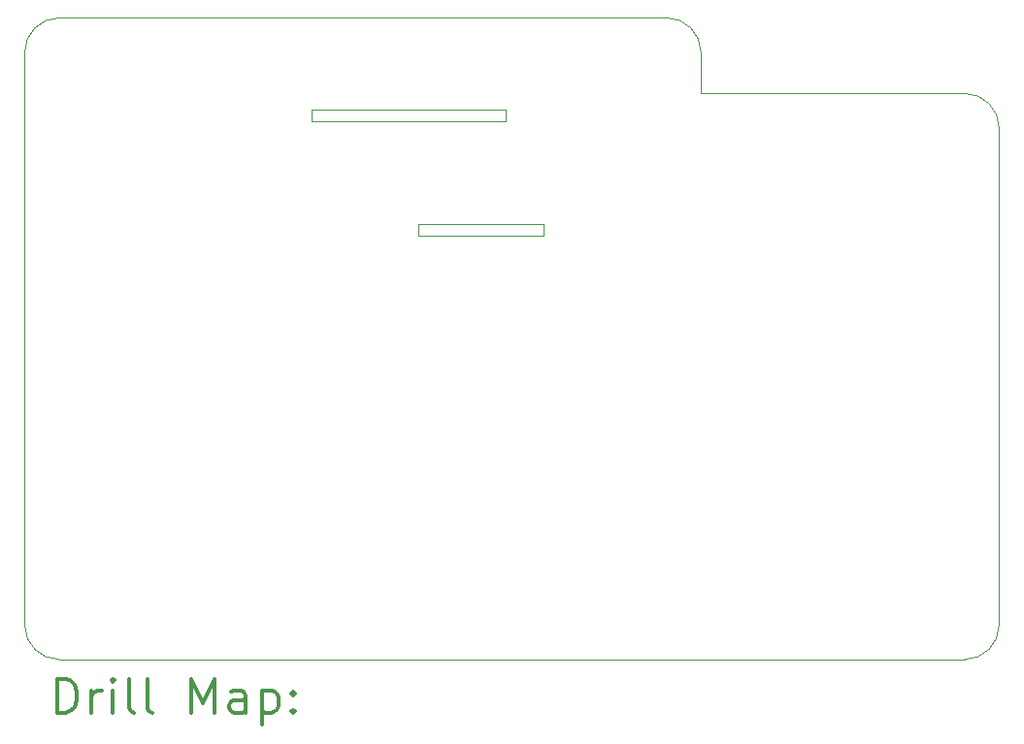
<source format=gbr>
%FSLAX45Y45*%
G04 Gerber Fmt 4.5, Leading zero omitted, Abs format (unit mm)*
G04 Created by KiCad (PCBNEW 5.1.10) date 2021-08-16 03:58:41*
%MOMM*%
%LPD*%
G01*
G04 APERTURE LIST*
%TA.AperFunction,Profile*%
%ADD10C,0.050000*%
%TD*%
%ADD11C,0.200000*%
%ADD12C,0.300000*%
G04 APERTURE END LIST*
D10*
X8400000Y-3100000D02*
G75*
G02*
X8700000Y-3400000I0J-300000D01*
G01*
X2800000Y-3400000D02*
G75*
G02*
X3100000Y-3100000I300000J0D01*
G01*
X3100000Y-8700000D02*
G75*
G02*
X2800000Y-8400000I0J300000D01*
G01*
X11300000Y-8400000D02*
G75*
G02*
X11000000Y-8700000I-300000J0D01*
G01*
X11000000Y-3760000D02*
G75*
G02*
X11300000Y-4060000I0J-300000D01*
G01*
X7000000Y-4000000D02*
X5300000Y-4000000D01*
X7000000Y-3900000D02*
X7000000Y-4000000D01*
X5300000Y-3900000D02*
X7000000Y-3900000D01*
X5300000Y-4000000D02*
X5300000Y-3900000D01*
X7330000Y-4900000D02*
X6230000Y-4900000D01*
X7330000Y-5000000D02*
X7330000Y-4900000D01*
X6230000Y-5000000D02*
X7330000Y-5000000D01*
X6230000Y-4900000D02*
X6230000Y-5000000D01*
X8700000Y-3760000D02*
X11000000Y-3760000D01*
X8700000Y-3400000D02*
X8700000Y-3760000D01*
X11000000Y-8700000D02*
X3100000Y-8700000D01*
X11300000Y-4060000D02*
X11300000Y-8400000D01*
X3100000Y-3100000D02*
X8400000Y-3100000D01*
X2800000Y-8400000D02*
X2800000Y-3400000D01*
D11*
D12*
X3083928Y-9168214D02*
X3083928Y-8868214D01*
X3155357Y-8868214D01*
X3198214Y-8882500D01*
X3226786Y-8911072D01*
X3241071Y-8939643D01*
X3255357Y-8996786D01*
X3255357Y-9039643D01*
X3241071Y-9096786D01*
X3226786Y-9125357D01*
X3198214Y-9153929D01*
X3155357Y-9168214D01*
X3083928Y-9168214D01*
X3383928Y-9168214D02*
X3383928Y-8968214D01*
X3383928Y-9025357D02*
X3398214Y-8996786D01*
X3412500Y-8982500D01*
X3441071Y-8968214D01*
X3469643Y-8968214D01*
X3569643Y-9168214D02*
X3569643Y-8968214D01*
X3569643Y-8868214D02*
X3555357Y-8882500D01*
X3569643Y-8896786D01*
X3583928Y-8882500D01*
X3569643Y-8868214D01*
X3569643Y-8896786D01*
X3755357Y-9168214D02*
X3726786Y-9153929D01*
X3712500Y-9125357D01*
X3712500Y-8868214D01*
X3912500Y-9168214D02*
X3883928Y-9153929D01*
X3869643Y-9125357D01*
X3869643Y-8868214D01*
X4255357Y-9168214D02*
X4255357Y-8868214D01*
X4355357Y-9082500D01*
X4455357Y-8868214D01*
X4455357Y-9168214D01*
X4726786Y-9168214D02*
X4726786Y-9011072D01*
X4712500Y-8982500D01*
X4683928Y-8968214D01*
X4626786Y-8968214D01*
X4598214Y-8982500D01*
X4726786Y-9153929D02*
X4698214Y-9168214D01*
X4626786Y-9168214D01*
X4598214Y-9153929D01*
X4583928Y-9125357D01*
X4583928Y-9096786D01*
X4598214Y-9068214D01*
X4626786Y-9053929D01*
X4698214Y-9053929D01*
X4726786Y-9039643D01*
X4869643Y-8968214D02*
X4869643Y-9268214D01*
X4869643Y-8982500D02*
X4898214Y-8968214D01*
X4955357Y-8968214D01*
X4983928Y-8982500D01*
X4998214Y-8996786D01*
X5012500Y-9025357D01*
X5012500Y-9111072D01*
X4998214Y-9139643D01*
X4983928Y-9153929D01*
X4955357Y-9168214D01*
X4898214Y-9168214D01*
X4869643Y-9153929D01*
X5141071Y-9139643D02*
X5155357Y-9153929D01*
X5141071Y-9168214D01*
X5126786Y-9153929D01*
X5141071Y-9139643D01*
X5141071Y-9168214D01*
X5141071Y-8982500D02*
X5155357Y-8996786D01*
X5141071Y-9011072D01*
X5126786Y-8996786D01*
X5141071Y-8982500D01*
X5141071Y-9011072D01*
M02*

</source>
